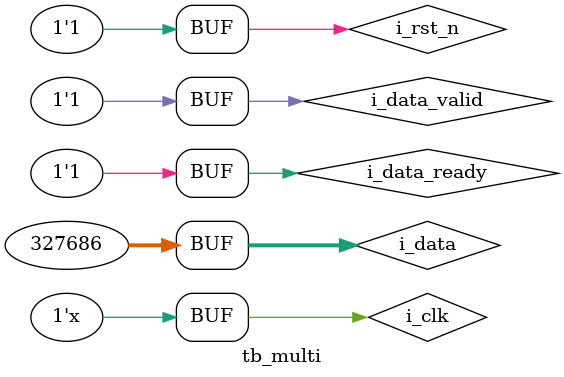
<source format=v>
`timescale 1ns / 1ps


module tb_multi;

	// Inputs
	reg i_clk;
	reg i_rst_n;
	reg [31:0] i_data;
	reg i_data_valid;
	reg i_data_ready;

	// Outputs
	wire o_data_ready;
	wire [31:0] o_data;
	wire o_data_valid;

	// Instantiate the Unit Under Test (UUT)
	mulitiplier uut (
		.i_clk(i_clk), 
		.i_rst_n(i_rst_n), 
		.i_data(i_data), 
		.i_data_valid(i_data_valid), 
		.o_data_ready(o_data_ready), 
		.o_data(o_data), 
		.o_data_valid(o_data_valid), 
		.i_data_ready(i_data_ready)
	);

	initial begin
		// Initialize Inputs
		i_clk = 0;
		i_rst_n = 0;
		i_data = 0;
		i_data_valid = 0;
		i_data_ready = 0;

		// Wait 100 ns for global reset to finish
		#100;
      i_data = {16'd5,16'd6};
		i_data_valid = 1;
		i_data_ready = 1;
		i_rst_n=1;
		// Add stimulus here

	end
	
	always #1 i_clk=~i_clk;
      
endmodule


</source>
